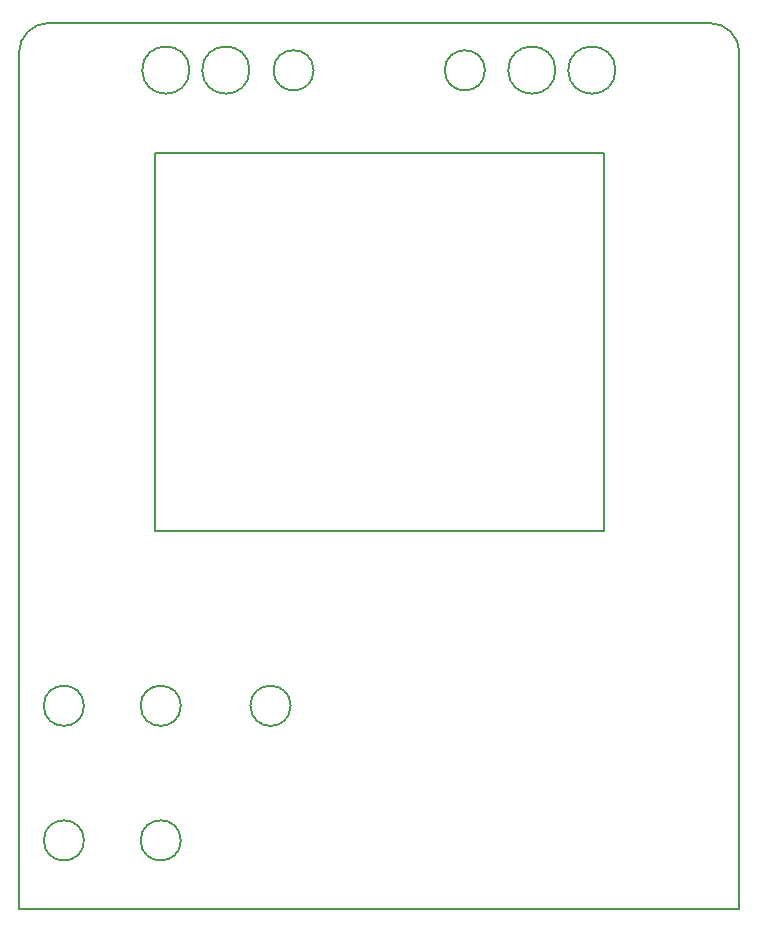
<source format=gm1>
G04 #@! TF.GenerationSoftware,KiCad,Pcbnew,5.0.2-bee76a0~70~ubuntu18.04.1*
G04 #@! TF.CreationDate,2019-01-09T05:36:41+01:00*
G04 #@! TF.ProjectId,front,66726f6e-742e-46b6-9963-61645f706362,rev?*
G04 #@! TF.SameCoordinates,Original*
G04 #@! TF.FileFunction,Profile,NP*
%FSLAX46Y46*%
G04 Gerber Fmt 4.6, Leading zero omitted, Abs format (unit mm)*
G04 Created by KiCad (PCBNEW 5.0.2-bee76a0~70~ubuntu18.04.1) date Mi 09 Jan 2019 05:36:41 CET*
%MOMM*%
%LPD*%
G01*
G04 APERTURE LIST*
%ADD10C,0.150000*%
%ADD11C,0.200000*%
G04 APERTURE END LIST*
D10*
X131500000Y-98000000D02*
X131500000Y-66000000D01*
X169500000Y-98000000D02*
X131500000Y-98000000D01*
X169500000Y-66000000D02*
X169500000Y-98000000D01*
X131500000Y-66000000D02*
X169500000Y-66000000D01*
D11*
X125500000Y-124200000D02*
G75*
G03X125500000Y-124200000I-1700000J0D01*
G01*
X125500000Y-112800000D02*
G75*
G03X125500000Y-112800000I-1700000J0D01*
G01*
X133700000Y-124200000D02*
G75*
G03X133700000Y-124200000I-1700000J0D01*
G01*
X143000000Y-112800000D02*
G75*
G03X143000000Y-112800000I-1700000J0D01*
G01*
X133700000Y-112800000D02*
G75*
G03X133700000Y-112800000I-1700000J0D01*
G01*
X139515600Y-58978800D02*
G75*
G03X139515600Y-58978800I-2000000J0D01*
G01*
X134435600Y-58978800D02*
G75*
G03X134435600Y-58978800I-2000000J0D01*
G01*
X170503600Y-58978800D02*
G75*
G03X170503600Y-58978800I-2000000J0D01*
G01*
X165423600Y-58978800D02*
G75*
G03X165423600Y-58978800I-2000000J0D01*
G01*
X159450000Y-59000000D02*
G75*
G03X159450000Y-59000000I-1700000J0D01*
G01*
X144950000Y-59000000D02*
G75*
G03X144950000Y-59000000I-1700000J0D01*
G01*
D10*
X120000000Y-130000000D02*
X120500000Y-130000000D01*
X178500000Y-55000000D02*
G75*
G02X181000000Y-57500000I0J-2500000D01*
G01*
X122500000Y-55000000D02*
X178500000Y-55000000D01*
X120000000Y-62000000D02*
X120000000Y-130000000D01*
X120000000Y-57500000D02*
G75*
G02X122500000Y-55000000I2500000J0D01*
G01*
X120000000Y-62000000D02*
X120000000Y-57500000D01*
X181000000Y-62000000D02*
X181000000Y-57500000D01*
X181000000Y-130000000D02*
X181000000Y-62000000D01*
X180500000Y-130000000D02*
X181000000Y-130000000D01*
X180500000Y-130000000D02*
X120500000Y-130000000D01*
M02*

</source>
